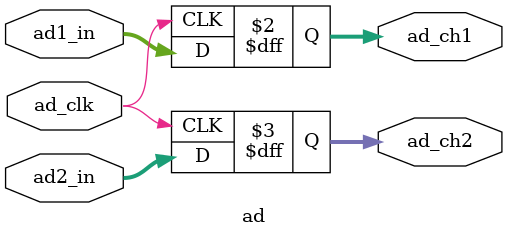
<source format=v>
`timescale 1ns / 1ps

//////////////////////////////////////////////////////////////////////////////////
module ad(
          input ad_clk,
			 input [11:0] ad1_in,
 			 input [11:0] ad2_in,
			 
			 output reg [11:0] ad_ch1,
 			 output reg [11:0] ad_ch2
			 
    );



always @(posedge ad_clk)
begin
    ad_ch1 <= ad1_in;  
    ad_ch2 <= ad2_in;  	 
	 
end 


endmodule

</source>
